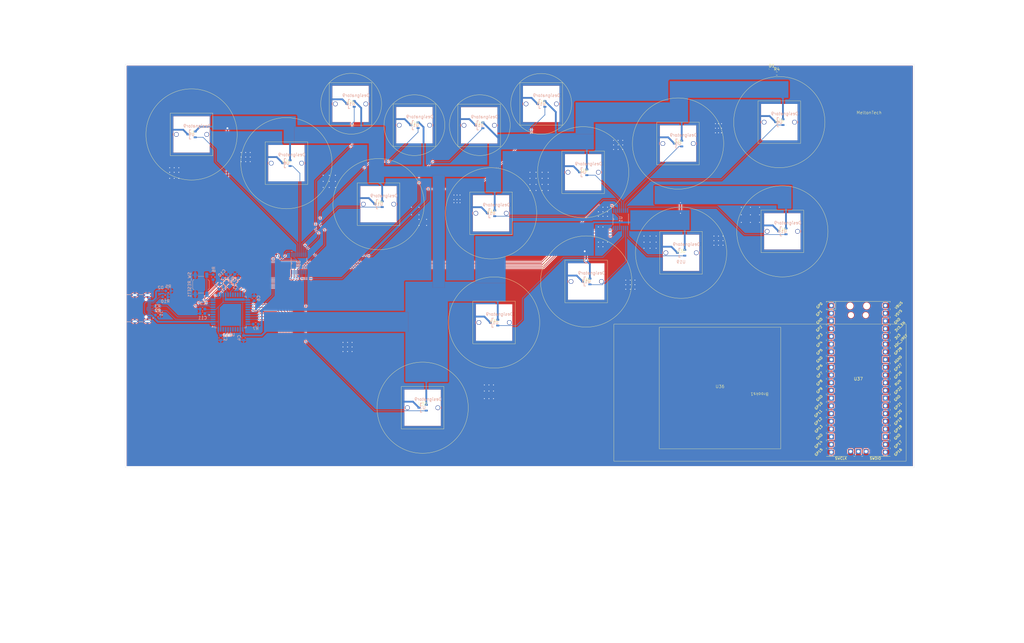
<source format=kicad_pcb>
(kicad_pcb (version 20240108) (generator "pcbnew") (generator_version "8.0")
  (layers (0 "F.Cu" signal) (31 "B.Cu" signal) (34 "B.Paste" user) (35 "F.Paste" user) (36 "B.SilkS" user "B.Silkscreen") (37 "F.SilkS" user "F.Silkscreen") (38 "B.Mask" user) (39 "F.Mask" user) (44 "Edge.Cuts" user))
  (net 0 "")
  (net 1 "Net-(U20-XTAL1)")
  (net 2 "GND")
  (net 3 "Net-(U20-XTAL2)")
  (net 4 "VCC")
  (net 7 "Net-(D1-K)")
  (net 8 "/VUSB")
  (net 9 "Net-(D2-K)")
  (net 10 "Net-(U20-UCAP)")
  (net 11 "/D+")
  (net 12 "/D-")
  (net 14 "Net-(J1-CC1)")
  (net 16 "Net-(J1-CC2)")
  (net 17 "Net-(U20-D+)")
  (net 18 "Net-(U20-D-)")
  (net 19 "Net-(U20-~{RESET})")
  (net 20 "Net-(U20-~{HWB}{slash}PE2)")
  (net 21 "HPA")
  (net 22 "SCLK")
  (net 23 "HKA")
  (net 24 "MKA")
  (net 25 "LKA")
  (net 26 "MOSI")
  (net 27 "SHKA")
  (net 28 "NOT_CS1")
  (net 29 "MISO")
  (net 30 "MPA")
  (net 31 "SHPA")
  (net 32 "LPA")
  (net 33 "UA")
  (net 34 "HOMEA")
  (net 35 "SELECTA")
  (net 36 "TURBOA")
  (net 37 "DA")
  (net 38 "LA")
  (net 39 "NOT_CS2")
  (net 40 "STARTA")
  (net 41 "RA")
  (net 42 "/TURBO")
  (net 44 "/SELECT")
  (net 45 "/HK")
  (net 46 "/D")
  (net 47 "/SHK")
  (net 49 "/MK")
  (net 51 "/MP")
  (net 52 "/L")
  (net 53 "/HP")
  (net 55 "/SHP")
  (net 56 "/LK")
  (net 57 "/R")
  (net 58 "/START")
  (net 59 "/LP")
  (net 60 "/HOME")
  (net 61 "/U")
  (footprint "key-switches:Gateron Jade Pro Magnetic" (layer "F.Cu") (at 201.7 43.050002)
    (property "Reference" "U31")
    (property "Value" "~")
  )
  (footprint "key-switches:Gateron Jade Pro Magnetic" (layer "F.Cu") (at 170.5 52.500003)
    (property "Reference" "U29")
    (property "Value" "~")
  )
  (footprint "key-switches:Gateron Jade Pro Magnetic" (layer "F.Cu") (at 156.7 30)
    (property "Reference" "U23")
    (property "Value" "~")
  )
  (footprint "key-switches:Gateron Jade Pro Magnetic" (layer "F.Cu") (at 171.5 88.450001)
    (property "Reference" "U35")
    (property "Value" "~")
  )
  (footprint "key-switches:Gateron Jade Pro Magnetic" (layer "F.Cu") (at 202.7 79)
    (property "Reference" "U30")
    (property "Value" "~")
  )
  (footprint "key-switches:Gateron Jade Pro Magnetic" (layer "F.Cu") (at 136.3 37.050002)
    (property "Reference" "U27")
    (property "Value" "~")
  )
  (footprint "key-switches:Gateron Jade Pro Magnetic" (layer "F.Cu") (at 115 37)
    (property "Reference" "U22")
    (property "Value" "~")
  )
  (footprint "MCU_RaspberryPi_and_Boards:RPi_Pico_SMD_TH" (layer "F.Cu") (at 261 120.5)
    (property "Reference" "U37")
    (property "Value" "Pico")
  )
  (footprint "key-switches:Gateron Jade Pro Magnetic" (layer "F.Cu") (at 94 30)
    (property "Reference" "U21")
    (property "Value" "~")
  )
  (footprint "key-switches:Gateron Jade Pro Magnetic" (layer "F.Cu") (at 236 71.950001)
    (property "Reference" "U26")
    (property "Value" "~")
  )
  (footprint "key-switches:Gateron Jade Pro Magnetic" (layer "F.Cu") (at 41.7 40.050002)
    (property "Reference" "U2")
    (property "Value" "~")
  )
  (footprint "BrooksBoards:BrooksP5Plus" (layer "F.Cu") (at 228.5 125 180)
    (property "Reference" "Brooks1")
    (property "Value" "~")
  )
  (footprint "LED_SMD:LED_0201_0603Metric" (layer "F.Cu") (at 232.5 18.5)
    (property "Reference" "D1")
    (property "Value" "LED_GREEN")
  )
  (footprint "key-switches:Gateron Jade Pro Magnetic" (layer "F.Cu") (at 72.9 49.500003)
    (property "Reference" "U24")
    (property "Value" "~")
  )
  (footprint "key-switches:Gateron Jade Pro Magnetic" (layer "F.Cu") (at 117.7 130)
    (property "Reference" "U33")
    (property "Value" "~")
  )
  (footprint "key-switches:Gateron Jade Pro Magnetic" (layer "F.Cu") (at 140.2 66)
    (property "Reference" "U32")
    (property "Value" "~")
  )
  (footprint "BrooksBoards:BrooksP5Mini" (layer "F.Cu") (at 215.5 123.5)
    (property "Reference" "U36")
    (property "Value" "~")
  )
  (footprint "key-switches:Gateron Jade Pro Magnetic" (layer "F.Cu") (at 235 36.000003)
    (property "Reference" "U25")
    (property "Value" "~")
  )
  (footprint "key-switches:Gateron Jade Pro Magnetic" (layer "F.Cu") (at 103.2 63)
    (property "Reference" "U28")
    (property "Value" "~")
  )
  (footprint "Resistor_SMD:R_0603_1608Metric" (layer "F.Cu") (at 234.175 20)
    (property "Reference" "R4")
    (property "Value" "1k")
  )
  (footprint "key-switches:Gateron Jade Pro Magnetic" (layer "F.Cu") (at 141.2 101.949998)
    (property "Reference" "U34")
    (property "Value" "~")
  )
  (footprint "Package_QFP:TQFP-44_10x10mm_P0.8mm" (layer "B.Cu") (at 54.5 98.5)
    (property "Reference" "U20")
    (property "Value" "ATmega32U4-A")
  )
  (footprint "HallEffect:DBZ0003A_N" (layer "B.Cu") (at 170.5 52.500003 180)
    (property "Reference" "U4")
    (property "Value" "DRV5053VAQDBZR")
  )
  (footprint "HallEffect:DBZ0003A_N" (layer "B.Cu") (at 141.2 102 180)
    (property "Reference" "U12")
    (property "Value" "DRV5053VAQDBZR")
  )
  (footprint "Capacitor_SMD:C_0603_1608Metric" (layer "B.Cu") (at 50.8 90.225 90)
    (property "Reference" "C7")
    (property "Value" "4.7u")
  )
  (footprint "Capacitor_SMD:C_0603_1608Metric" (layer "B.Cu") (at 52.512132 86.656497 -135)
    (property "Reference" "C10")
    (property "Value" "22p")
  )
  (footprint "HallEffect:DBZ0003A_N" (layer "B.Cu") (at 235 36.000003 180)
    (property "Reference" "U6")
    (property "Value" "DRV5053VAQDBZR")
  )
  (footprint "" (layer "B.Cu") (at 31.86 91.54 -90)
    (property "Reference" "")
    (property "Value" "")
  )
  (footprint "Resistor_SMD:R_0603_1608Metric" (layer "B.Cu") (at 30.54 98.04 180)
    (property "Reference" "R3")
    (property "Value" "22")
  )
  (footprint "Resistor_SMD:R_0603_1608Metric" (layer "B.Cu") (at 30.675 99.5 180)
    (property "Reference" "R9")
    (property "Value" "5.1k")
  )
  (footprint "Button_Switch_SMD:SW_SPST_TL3342" (layer "B.Cu") (at 44.8 89.5 -90)
    (property "Reference" "SW_RESET1")
    (property "Value" "SW_Push")
  )
  (footprint "USB4105_GF_A:GCT_USB4105-GF-A" (layer "B.Cu") (at 23.04 97.24 90)
    (property "Reference" "J1")
    (property "Value" "USB4105-GF-A")
  )
  (footprint "Capacitor_SMD:C_0603_1608Metric" (layer "B.Cu") (at 51.3 107 -90)
    (property "Reference" "C3")
    (property "Value" "0.1u")
  )
  (footprint "Capacitor_SMD:C_0603_1608Metric" (layer "B.Cu") (at 56.512132 86.656497 -45)
    (property "Reference" "C8")
    (property "Value" "22p")
  )
  (footprint "Capacitor_SMD:C_0603_1608Metric" (layer "B.Cu") (at 45.3 99)
    (property "Reference" "C11")
    (property "Value" "1u")
  )
  (footprint "Capacitor_SMD:C_0603_1608Metric" (layer "B.Cu") (at 58.8 107 -90)
    (property "Reference" "C4")
    (property "Value" "0.1u")
  )
  (footprint "HallEffect:DBZ0003A_N" (layer "B.Cu") (at 72.9 49.500003 180)
    (property "Reference" "U8")
    (property "Value" "DRV5053VAQDBZR")
  )
  (footprint "HallEffect:DBZ0003A_N" (layer "B.Cu") (at 236 71.950001 180)
    (property "Reference" "U14")
    (property "Value" "DRV5053VAQDBZR")
  )
  (footprint "HallEffect:DBZ0003A_N" (layer "B.Cu") (at 117.7 130 180)
    (property "Reference" "U7")
    (property "Value" "DRV5053VAQDBZR")
  )
  (footprint "Resistor_SMD:R_0603_1608Metric" (layer "B.Cu") (at 62.8 102.5)
    (property "Reference" "R7")
    (property "Value" "10k")
  )
  (footprint "HallEffect:DBZ0003A_N" (layer "B.Cu") (at 171.5 88.450001 180)
    (property "Reference" "U13")
    (property "Value" "DRV5053VAQDBZR")
  )
  (footprint "HallEffect:DBZ0003A_N" (layer "B.Cu") (at 103.2 63 180)
    (property "Reference" "U10")
    (property "Value" "DRV5053VAQDBZR")
  )
  (footprint "ADCs:MTC16" (layer "B.Cu") (at 182.8448 67.974999 -90)
    (property "Reference" "U1")
    (property "Value" "ADC108S022CIMTX/NOPB")
  )
  (footprint "Crystal:Crystal_SMD_SeikoEpson_FA238-4Pin_3.2x2.5mm" (layer "B.Cu") (at 54.512132 88.656497 45)
    (property "Reference" "Y2")
    (property "Value" "Crystal_GND24")
  )
  (footprint "HallEffect:DBZ0003A_N" (layer "B.Cu") (at 94 30 180)
    (property "Reference" "U16")
    (property "Value" "DRV5053VAQDBZR")
  )
  (footprint "HallEffect:DBZ0003A_N" (layer "B.Cu") (at 136.3 37.050002 180)
    (property "Reference" "U18")
    (property "Value" "DRV5053VAQDBZR")
  )
  (footprint "LED_SMD:LED_0201_0603Metric" (layer "B.Cu") (at 31.54 91.54 180)
    (property "Reference" "D2")
    (property "Value" "LED_RED")
  )
  (footprint "HallEffect:DBZ0003A_N" (layer "B.Cu") (at 202.7 79 180)
    (property "Reference" "U19")
    (property "Value" "DRV5053VAQDBZR")
  )
  (footprint "HallEffect:DBZ0003A_N" (layer "B.Cu") (at 140.2 66 180)
    (property "Reference" "U11")
    (property "Value" "DRV5053VAQDBZR")
  )
  (footprint "Resistor_SMD:R_0603_1608Metric" (layer "B.Cu") (at 34.04 91.54 180)
    (property "Reference" "R5")
    (property "Value" "1k")
  )
  (footprint "HallEffect:DBZ0003A_N" (layer "B.Cu") (at 156.7 30 180)
    (property "Reference" "U15")
    (property "Value" "DRV5053VAQDBZR")
  )
  (footprint "ADCs:MTC16" (layer "B.Cu") (at 77 82.5 -90)
    (property "Reference" "U3")
    (property "Value" "ADC108S022CIMTX/NOPB")
  )
  (footprint "Resistor_SMD:R_0603_1608Metric" (layer "B.Cu") (at 30.54 96.54)
    (property "Reference" "R2")
    (property "Value" "22")
  )
  (footprint "Capacitor_SMD:C_0603_1608Metric" (layer "B.Cu") (at 62.3 94 90)
    (property "Reference" "C6")
    (property "Value" "0.1u")
  )
  (footprint "Resistor_SMD:R_0603_1608Metric" (layer "B.Cu") (at 33.04 93.54)
    (property "Reference" "R10")
    (property "Value" "5.1k")
  )
  (footprint "HallEffect:DBZ0003A_N" (layer "B.Cu") (at 41.7 40.050002 180)
    (property "Reference" "U9")
    (property "Value" "DRV5053VAQDBZR")
  )
  (footprint "Resistor_SMD:R_0603_1608Metric" (layer "B.Cu") (at 48.8 87 90)
    (property "Reference" "R6")
    (property "Value" "10k")
  )
  (footprint "HallEffect:DBZ0003A_N" (layer "B.Cu") (at 115 37 180)
    (property "Reference" "U17")
    (property "Value" "DRV5053VAQDBZR")
  )
  (footprint "Capacitor_SMD:C_0603_1608Metric" (layer "B.Cu") (at 45.3 97.5 180)
    (property "Reference" "C5")
    (property "Value" "0.1u")
  )
  (footprint "HallEffect:DBZ0003A_N" (layer "B.Cu") (at 201.7 43.050002 180)
    (property "Reference" "U5")
    (property "Value" "DRV5053VAQDBZR")
  )
  (footprint "" (layer "B.Cu") (at 53.168629 88.868629)
    (property "Reference" "")
    (property "Value" "")
  )
  (gr_circle (center 156.7 30) (end 166.7 30) (stroke (width 0.1)) (fill none) (layer "F.SilkS"))
  (gr_circle (center 117.7 130) (end 132.7 130) (stroke (width 0.1)) (fill none) (layer "F.SilkS"))
  (gr_circle (center 201.7 43.050002) (end 216.7 43.050002) (stroke (width 0.1)) (fill none) (layer "F.SilkS"))
  (gr_circle (center 41.7 40.050002) (end 56.7 40.050002) (stroke (width 0.1)) (fill none) (layer "F.SilkS"))
  (gr_circle (center 115 37) (end 125 37) (stroke (width 0.1)) (fill none) (layer "F.SilkS"))
  (gr_circle (center 103.2 63) (end 118.2 63) (stroke (width 0.1)) (fill none) (layer "F.SilkS"))
  (gr_circle (center 202.7 79) (end 217.7 79) (stroke (width 0.1)) (fill none) (layer "F.SilkS"))
  (gr_circle (center 141.2 101.949998) (end 156.2 101.949998) (stroke (width 0.1)) (fill none) (layer "F.SilkS"))
  (gr_circle (center 171.5 88.450001) (end 186.5 88.450001) (stroke (width 0.1)) (fill none) (layer "F.SilkS"))
  (gr_circle (center 170.5 52.500003) (end 185.5 52.500003) (stroke (width 0.1)) (fill none) (layer "F.SilkS"))
  (gr_circle (center 235 36.000003) (end 250 36.000003) (stroke (width 0.1)) (fill none) (layer "F.SilkS"))
  (gr_circle (center 136.5 37) (end 146.5 37) (stroke (width 0.1)) (fill none) (layer "F.SilkS"))
  (gr_circle (center 94.2 29.949998) (end 104.2 29.949998) (stroke (width 0.1)) (fill none) (layer "F.SilkS"))
  (gr_circle (center 72.9 49.500003) (end 87.9 49.500003) (stroke (width 0.1)) (fill none) (layer "F.SilkS"))
  (gr_circle (center 140.2 66) (end 155.2 66) (stroke (width 0.1)) (fill none) (layer "F.SilkS"))
  (gr_circle (center 236 71.950001) (end 251 71.950001) (stroke (width 0.1)) (fill none) (layer "F.SilkS"))
  (gr_rect (start 19.886 16.926) (end 279.4 149.72) (stroke (width 0.05)) (fill none) (layer "Edge.Cuts"))
  (gr_text "MeltonTech" (at 260.325 33.45 0) (layer "F.SilkS") (effects (font (size 1 1) (thickness 0.1)) (justify left bottom)))
  (segment (start 57.06014 87.23986) (end 55.855635 88.444365) (width 0.2) (layer "B.Cu") (net 1))
  (segment (start 55.855635 90.494365) (end 54.5 91.85) (width 0.2) (layer "B.Cu") (net 1))
  (segment (start 55.855635 88.444365) (end 55.855635 90.494365) (width 0.2) (layer "B.Cu") (net 1))
  (segment (start 54.5 91.85) (end 54.5 92.8) (width 0.2) (layer "B.Cu") (net 1))
  (segment (start 57.06014 87.204505) (end 57.06014 87.23986) (width 0.2) (layer "B.Cu") (net 1))
  (via (at 184.5 91) (size 0.6) (drill 0.3) (layers "F.Cu" "B.Cu") (net 2))
  (via (at 186 91) (size 0.6) (drill 0.3) (layers "F.Cu" "B.Cu") (net 2))
  (via (at 87 53.5) (size 0.6) (drill 0.3) (layers "F.Cu" "B.Cu") (net 2))
  (via (at 153 52.5) (size 0.6) (drill 0.3) (layers "F.Cu" "B.Cu") (net 2))
  (via (at 129 60) (size 0.6) (drill 0.3) (layers "F.Cu" "B.Cu") (net 2))
  (via (at 180.5 45) (size 0.6) (drill 0.3) (layers "F.Cu" "B.Cu") (net 2))
  (via (at 216.5 73.5) (size 0.6) (drill 0.3) (layers "F.Cu" "B.Cu") (net 2))
  (via (at 175.5 67) (size 0.6) (drill 0.3) (layers "F.Cu" "B.Cu") (net 2))
  (via (at 128 61.5) (size 0.6) (drill 0.3) (layers "F.Cu" "B.Cu") (net 2))
  (via (at 216 39.5) (size 0.6) (drill 0.3) (layers "F.Cu" "B.Cu") (net 2))
  (via (at 128 62.5) (size 0.6) (drill 0.3) (layers "F.Cu" "B.Cu") (net 2))
  (via (at 215 39.5) (size 0.6) (drill 0.3) (layers "F.Cu" "B.Cu") (net 2))
  (via (at 187.5 91) (size 0.6) (drill 0.3) (layers "F.Cu" "B.Cu") (net 2))
  (via (at 87 57.5) (size 0.6) (drill 0.3) (layers "F.Cu" "B.Cu") (net 2))
  (via (at 186 88) (size 0.6) (drill 0.3) (layers "F.Cu" "B.Cu") (net 2))
  (via (at 216 36.5) (size 0.6) (drill 0.3) (layers "F.Cu" "B.Cu") (net 2))
  (via (at 59.5 46) (size 0.6) (drill 0.3) (layers "F.Cu" "B.Cu") (net 2))
  (via (at 192.5 73.5) (size 0.6) (drill 0.3) (layers "F.Cu" "B.Cu") (net 2))
  (via (at 114 64) (size 0.6) (drill 0.3) (layers "F.Cu" "B.Cu") (net 2))
  (via (at 216.5 75) (size 0.6) (drill 0.3) (layers "F.Cu" "B.Cu") (net 2))
  (via (at 190.5 77.5) (size 0.6) (drill 0.3) (layers "F.Cu" "B.Cu") (net 2))
  (via (at 177 70.5) (size 0.6) (drill 0.3) (layers "F.Cu" "B.Cu") (net 2))
  (via (at 182 43.5) (size 0.6) (drill 0.3) (layers "F.Cu" "B.Cu") (net 2))
  (via (at 157 52.5) (size 0.6) (drill 0.3) (layers "F.Cu" "B.Cu") (net 2))
  (via (at 216 38) (size 0.6) (drill 0.3) (layers "F.Cu" "B.Cu") (net 2))
  (via (at 93 110) (size 0.6) (drill 0.3) (layers "F.Cu" "B.Cu") (net 2))
  (via (at 141 124.5) (size 0.6) (drill 0.3) (layers "F.Cu" "B.Cu") (net 2))
  (via (at 155 52.5) (size 0.6) (drill 0.3) (layers "F.Cu" "B.Cu") (net 2))
  (via (at 89 55.5) (size 0.6) (drill 0.3) (layers "F.Cu" "B.Cu") (net 2))
  (via (at 159 52.5) (size 0.6) (drill 0.3) (layers "F.Cu" "B.Cu") (net 2))
  (via (at 130 62.5) (size 0.6) (drill 0.3) (layers "F.Cu" "B.Cu") (net 2))
  (via (at 187.5 89.5) (size 0.6) (drill 0.3) (layers "F.Cu" "B.Cu") (net 2))
  (via (at 139.5 127) (size 0.6) (drill 0.3) (layers "F.Cu" "B.Cu") (net 2))
  (via (at 58 47.5) (size 0.6) (drill 0.3) (layers "F.Cu" "B.Cu") (net 2))
  (via (at 175.5 75.5) (size 0.6) (drill 0.3) (layers "F.Cu" "B.Cu") (net 2))
  (via (at 85 55.5) (size 0.6) (drill 0.3) (layers "F.Cu" "B.Cu") (net 2))
  (via (at 214 38) (size 0.6) (drill 0.3) (layers "F.Cu" "B.Cu") (net 2))
  (via (at 89 53.5) (size 0.6) (drill 0.3) (layers "F.Cu" "B.Cu") (net 2))
  (via (at 228.5 66.5) (size 0.6) (drill 0.3) (layers "F.Cu" "B.Cu") (net 2))
  (via (at 186 89.5) (size 0.6) (drill 0.3) (layers "F.Cu" "B.Cu") (net 2))
  (via (at 178.5 64) (size 0.6) (drill 0.3) (layers "F.Cu" "B.Cu") (net 2))
  (via (at 159 54.5) (size 0.6) (drill 0.3) (layers "F.Cu" "B.Cu") (net 2))
  (via (at 180.5 42) (size 0.6) (drill 0.3) (layers "F.Cu" "B.Cu") (net 2))
  (via (at 119 70) (size 0.6) (drill 0.3) (layers "F.Cu" "B.Cu") (net 2))
  (via (at 130 61.5) (size 0.6) (drill 0.3) (layers "F.Cu" "B.Cu") (net 2))
  (via (at 225.5 69) (size 0.6) (drill 0.3) (layers "F.Cu" "B.Cu") (net 2))
  (via (at 155 58.5) (size 0.6) (drill 0.3) (layers "F.Cu" "B.Cu") (net 2))
  (via (at 141 127) (size 0.6) (drill 0.3) (layers "F.Cu" "B.Cu") (net 2))
  (via (at 213.5 76.5) (size 0.6) (drill 0.3) (layers "F.Cu" "B.Cu") (net 2))
  (via (at 34.5 52.5) (size 0.6) (drill 0.3) (layers "F.Cu" "B.Cu") (net 2))
  (via (at 36 52.5) (size 0.6) (drill 0.3) (layers "F.Cu" "B.Cu") (net 2))
  (via (at 157 58.5) (size 0.6) (drill 0.3) (layers "F.Cu" "B.Cu") (net 2))
  (via (at 177 67) (size 0.6) (drill 0.3) (layers "F.Cu" "B.Cu") (net 2))
  (via (at 213.5 75) (size 0.6) (drill 0.3) (layers "F.Cu" "B.Cu") (net 2))
  (via (at 190.5 73.5) (size 0.6) (drill 0.3) (layers "F.Cu" "B.Cu") (net 2))
  (via (at 116.5 68) (size 0.6) (drill 0.3) (layers "F.Cu" "B.Cu") (net 2))
  (via (at 216.5 76.5) (size 0.6) (drill 0.3) (layers "F.Cu" "B.Cu") (net 2))
  (via (at 214 36.5) (size 0.6) (drill 0.3) (layers "F.Cu" "B.Cu") (net 2))
  (via (at 187.5 88) (size 0.6) (drill 0.3) (layers "F.Cu" "B.Cu") (net 2))
  (via (at 213.5 73.5) (size 0.6) (drill 0.3) (layers "F.Cu" "B.Cu") (net 2))
  (via (at 128 60) (size 0.6) (drill 0.3) (layers "F.Cu" "B.Cu") (net 2))
  (via (at 157 54.5) (size 0.6) (drill 0.3) (layers "F.Cu" "B.Cu") (net 2))
  (via (at 89 57.5) (size 0.6) (drill 0.3) (layers "F.Cu" "B.Cu") (net 2))
  (via (at 138 122.5) (size 0.6) (drill 0.3) (layers "F.Cu" "B.Cu") (net 2))
  (via (at 175.5 65.5) (size 0.6) (drill 0.3) (layers "F.Cu" "B.Cu") (net 2))
  (via (at 177 64) (size 0.6) (drill 0.3) (layers "F.Cu" "B.Cu") (net 2))
  (via (at 116.5 66.5) (size 0.6) (drill 0.3) (layers "F.Cu" "B.Cu") (net 2))
  (via (at 59.5 49) (size 0.6) (drill 0.3) (layers "F.Cu" "B.Cu") (net 2))
  (via (at 61 47.5) (size 0.6) (drill 0.3) (layers "F.Cu" "B.Cu") (net 2))
  (via (at 36 54.5) (size 0.6) (drill 0.3) (layers "F.Cu" "B.Cu") (net 2))
  (via (at 194.5 73.5) (size 0.6) (drill 0.3) (layers "F.Cu" "B.Cu") (net 2))
  (via (at 87 55.5) (size 0.6) (drill 0.3) (layers "F.Cu" "B.Cu") (net 2))
  (via (at 93 111.5) (size 0.6) (drill 0.3) (layers "F.Cu" "B.Cu") (net 2))
  (via (at 37.5 51) (size 0.6) (drill 0.3) (layers "F.Cu" "B.Cu") (net 2))
  (via (at 94.5 108.5) (size 0.6) (drill 0.3) (layers "F.Cu" "B.Cu") (net 2))
  (via (at 139.5 122.5) (size 0.6) (drill 0.3) (layers "F.Cu" "B.Cu") (net 2))
  (via (at 91.5 111.5) (size 0.6) (drill 0.3) (layers "F.Cu" "B.Cu") (net 2))
  (via (at 116.5 70) (size 0.6) (drill 0.3) (layers "F.Cu" "B.Cu") (net 2))
  (via (at 184.5 89.5) (size 0.6) (drill 0.3) (layers "F.Cu" "B.Cu") (net 2))
  (via (at 119 68) (size 0.6) (drill 0.3) (layers "F.Cu" "B.Cu") (net 2))
  (via (at 153 54.5) (size 0.6) (drill 0.3) (layers "F.Cu" "B.Cu") (net 2))
  (via (at 178.5 65.5) (size 0.6) (drill 0.3) (layers "F.Cu" "B.Cu") (net 2))
  (via (at 194.5 75.5) (size 0.6) (drill 0.3) (layers "F.Cu" "B.Cu") (net 2))
  (via (at 159 56.5) (size 0.6) (drill 0.3) (layers "F.Cu" "B.Cu") (net 2))
  (via (at 114 66.5) (size 0.6) (drill 0.3) (layers "F.Cu" "B.Cu") (net 2))
  (via (at 129 62.5) (size 0.6) (drill 0.3) (layers "F.Cu" "B.Cu") (net 2))
  (via (at 155 56.5) (size 0.6) (drill 0.3) (layers "F.Cu" "B.Cu") (net 2))
  (via (at 182 45) (size 0.6) (drill 0.3) (layers "F.Cu" "B.Cu") (net 2))
  (via (at 139.5 124.5) (size 0.6) (drill 0.3) (layers "F.Cu" "B.Cu") (net 2))
  (via (at 130 60) (size 0.6) (drill 0.3) (layers "F.Cu" "B.Cu") (net 2))
  (via (at 34.5 51) (size 0.6) (drill 0.3) (layers "F.Cu" "B.Cu") (net 2))
  (via (at 190.5 75.5) (size 0.6) (drill 0.3) (layers "F.Cu" "B.Cu") (net 2))
  (via (at 215 76.5) (size 0.6) (drill 0.3) (layers "F.Cu" "B.Cu") (net 2))
  (via (at 58 46) (size 0.6) (drill 0.3) (layers "F.Cu" "B.Cu") (net 2))
  (via (at 215 38) (size 0.6) (drill 0.3) (layers "F.Cu" "B.Cu") (net 2))
  (via (at 177 77) (size 0.6) (drill 0.3) (layers "F.Cu" "B.Cu") (net 2))
  (via (at 37.5 52.5) (size 0.6) (drill 0.3) (layers "F.Cu" "B.Cu") (net 2))
  (via (at 138 127) (size 0.6) (drill 0.3) (layers "F.Cu" "B.Cu") (net 2))
  (via (at 37.5 54.5) (size 0.6) (drill 0.3) (layers "F.Cu" "B.Cu") (net 2))
  (via (at 91.5 110) (size 0.6) (drill 0.3) (layers "F.Cu" "B.Cu") (net 2))
  (via (at 180.5 43.5) (size 0.6) (drill 0.3) (layers "F.Cu" "B.Cu") (net 2))
  (via (at 85 53.5) (size 0.6) (drill 0.3) (layers "F.Cu" "B.Cu") (net 2))
  (via (at 215 75) (size 0.6) (drill 0.3) (layers "F.Cu" "B.Cu") (net 2))
  (via (at 177 65.5) (size 0.6) (drill 0.3) (layers "F.Cu" "B.Cu") (net 2))
  (via (at 47.5 99.5) (size 0.6) (drill 0.3) (layers "F.Cu" "B.Cu") (net 2))
  (via (at 153 56.5) (size 0.6) (drill 0.3) (layers "F.Cu" "B.Cu") (net 2))
  (via (at 129 61.5) (size 0.6) (drill 0.3) (layers "F.Cu" "B.Cu") (net 2))
  (via (at 58 49) (size 0.6) (drill 0.3) (layers "F.Cu" "B.Cu") (net 2))
  (via (at 228.5 69) (size 0.6) (drill 0.3) (layers "F.Cu" "B.Cu") (net 2))
  (via (at 93 108.5) (size 0.6) (drill 0.3) (layers "F.Cu" "B.Cu") (net 2))
  (via (at 91.5 108.5) (size 0.6) (drill 0.3) (layers "F.Cu" "B.Cu") (net 2))
  (via (at 225.5 66.5) (size 0.6) (drill 0.3) (layers "F.Cu" "B.Cu") (net 2))
  (via (at 94.5 111.5) (size 0.6) (drill 0.3) (layers "F.Cu" "B.Cu") (net 2))
  (via (at 184.5 88) (size 0.6) (drill 0.3) (layers "F.Cu" "B.Cu") (net 2))
  (via (at 59.5 47.5) (size 0.6) (drill 0.3) (layers "F.Cu" "B.Cu") (net 2))
  (via (at 222.5 69) (size 0.6) (drill 0.3) (layers "F.Cu" "B.Cu") (net 2))
  (via (at 157 56.5) (size 0.6) (drill 0.3) (layers "F.Cu" "B.Cu") (net 2))
  (via (at 183.5 42) (size 0.6) (drill 0.3) (layers "F.Cu" "B.Cu") (net 2))
  (via (at 138 124.5) (size 0.6) (drill 0.3) (layers "F.Cu" "B.Cu") (net 2))
  (via (at 36 51) (size 0.6) (drill 0.3) (layers "F.Cu" "B.Cu") (net 2))
  (via (at 34.5 54.5) (size 0.6) (drill 0.3) (layers "F.Cu" "B.Cu") (net 2))
  (via (at 194.5 77.5) (size 0.6) (drill 0.3) (layers "F.Cu" "B.Cu") (net 2))
  (via (at 222.5 66.5) (size 0.6) (drill 0.3) (layers "F.Cu" "B.Cu") (net 2))
  (via (at 155 54.5) (size 0.6) (drill 0.3) (layers "F.Cu" "B.Cu") (net 2))
  (via (at 85 57.5) (size 0.6) (drill 0.3) (layers "F.Cu" "B.Cu") (net 2))
  (via (at 175.5 77) (size 0.6) (drill 0.3) (layers "F.Cu" "B.Cu") (net 2))
  (via (at 192.5 75.5) (size 0.6) (drill 0.3) (layers "F.Cu" "B.Cu") (net 2))
  (via (at 94.5 110) (size 0.6) (drill 0.3) (layers "F.Cu" "B.Cu") (net 2))
  (via (at 159 58.5) (size 0.6) (drill 0.3) (layers "F.Cu" "B.Cu") (net 2))
  (via (at 61 46) (size 0.6) (drill 0.3) (layers "F.Cu" "B.Cu") (net 2))
  (via (at 183.5 43.5) (size 0.6) (drill 0.3) (layers "F.Cu" "B.Cu") (net 2))
  (via (at 222.5 64) (size 0.6) (drill 0.3) (layers "F.Cu" "B.Cu") (net 2))
  (via (at 141 122.5) (size 0.6) (drill 0.3) (layers "F.Cu" "B.Cu") (net 2))
  (via (at 215 73.5) (size 0.6) (drill 0.3) (layers "F.Cu" "B.Cu") (net 2))
  (via (at 175.5 70.5) (size 0.6) (drill 0.3) (layers "F.Cu" "B.Cu") (net 2))
  (via (at 225.5 64) (size 0.6) (drill 0.3) (layers "F.Cu" "B.Cu") (net 2))
  (via (at 153 58.5) (size 0.6) (drill 0.3) (layers "F.Cu" "B.Cu") (net 2))
  (via (at 182 42) (size 0.6) (drill 0.3) (layers "F.Cu" "B.Cu") (net 2))
  (via (at 192.5 77.5) (size 0.6) (drill 0.3) (layers "F.Cu" "B.Cu") (net 2))
  (via (at 116.5 64) (size 0.6) (drill 0.3) (layers "F.Cu" "B.Cu") (net 2))
  (via (at 177 75.5) (size 0.6) (drill 0.3) (layers "F.Cu" "B.Cu") (net 2))
  (via (at 61 49) (size 0.6) (drill 0.3) (layers "F.Cu" "B.Cu") (net 2))
  (via (at 214 39.5) (size 0.6) (drill 0.3) (layers "F.Cu" "B.Cu") (net 2))
  (via (at 215 36.5) (size 0.6) (drill 0.3) (layers "F.Cu" "B.Cu") (net 2))
  (via (at 228.5 64) (size 0.6) (drill 0.3) (layers "F.Cu" "B.Cu") (net 2))
  (via (at 178.5 67) (size 0.6) (drill 0.3) (layers "F.Cu" "B.Cu") (net 2))
  (via (at 183.5 45) (size 0.6) (drill 0.3) (layers "F.Cu" "B.Cu") (net 2))
  (via (at 178.5 75.5) (size 0.6) (drill 0.3) (layers "F.Cu" "B.Cu") (net 2))
  (segment (start 231.799997 34) (end 228 34) (width 0.6) (layer "B.Cu") (net 2))
  (segment (start 200.5 43.050002) (end 198.449998 41) (width 0.6) (layer "B.Cu") (net 2))
  (segment (start 135.1 37.050002) (end 133.049998 35) (width 0.6) (layer "B.Cu") (net 2))
  (segment (start 232.849999 70) (end 229 70) (width 0.6) (layer "B.Cu") (net 2))
  (segment (start 92.8 30) (end 91.3 28.5) (width 0.6) (layer "B.Cu") (net 2))
  (segment (start 163 50.5) (end 162 50.5) (width 0.6) (layer "B.Cu") (net 2))
  (segment (start 140 102) (end 138 100) (width 0.6) (layer "B.Cu") (net 2))
  (segment (start 100 61) (end 96.5 61) (width 0.6) (layer "B.Cu") (net 2))
  (segment (start 234.8 71.950001) (end 232.849999 70) (width 0.6) (layer "B.Cu") (net 2))
  (segment (start 168.349999 86.5) (end 164.5 86.5) (width 0.6) (layer "B.Cu") (net 2))
  (segment (start 201.5 79) (end 199.5 77) (width 0.6) (layer "B.Cu") (net 2))
  (segment (start 114.5 128) (end 111 128) (width 0.6) (layer "B.Cu") (net 2))
  (segment (start 133.049998 35) (end 128.5 35) (width 0.6) (layer "B.Cu") (net 2))
  (segment (start 170.3 88.450001) (end 168.349999 86.5) (width 0.6) (layer "B.Cu") (net 2))
  (segment (start 91.3 28.5) (end 87 28.5) (width 0.6) (layer "B.Cu") (net 2))
  (segment (start 139 66) (end 137 64) (width 0.6) (layer "B.Cu") (net 2))
  (segment (start 169.3 52.500003) (end 167.299997 50.5) (width 0.6) (layer "B.Cu") (net 2))
  (segment (start 113.8 37) (end 111.8 35) (width 0.6) (layer "B.Cu") (net 2))
  (segment (start 155.5 30) (end 153.5 28) (width 0.6) (layer "B.Cu") (net 2))
  (segment (start 71.7 49.500003) (end 69.699997 47.5) (width 0.6) (layer "B.Cu") (net 2))
  (segment (start 137 64) (end 133.5 64) (width 0.6) (layer "B.Cu") (net 2))
  (segment (start 233.8 36.000003) (end 231.799997 34) (width 0.6) (layer "B.Cu") (net 2))
  (segment (start 138 100) (end 134 100) (width 0.6) (layer "B.Cu") (net 2))
  (segment (start 40.5 40.050002) (end 38.949998 38.5) (width 0.6) (layer "B.Cu") (net 2))
  (segment (start 153.5 28) (end 150 28) (width 0.6) (layer "B.Cu") (net 2))
  (segment (start 116.5 130) (end 114.5 128) (width 0.6) (layer "B.Cu") (net 2))
  (segment (start 69.699997 47.5) (end 66 47.5) (width 0.6) (layer "B.Cu") (net 2))
  (segment (start 167.299997 50.5) (end 163 50.5) (width 0.6) (layer "B.Cu") (net 2))
  (segment (start 54.3 90) (end 54.3 87.737258) (width 0.2) (layer "B.Cu") (net 2))
  (segment (start 38.949998 38.5) (end 35 38.5) (width 0.6) (layer "B.Cu") (net 2))
  (segment (start 54.3 87.737258) (end 54.724264 87.312994) (width 0.2) (layer "B.Cu") (net 2))
  (segment (start 102 63) (end 100 61) (width 0.6) (layer "B.Cu") (net 2))
  (segment (start 198.449998 41) (end 194 41) (width 0.6) (layer "B.Cu") (net 2))
  (segment (start 199.5 77) (end 195.5 77) (width 0.6) (layer "B.Cu") (net 2))
  (segment (start 111.8 35) (end 108.5 35) (width 0.6) (layer "B.Cu") (net 2))
  (segment (start 53.168629 88.868629) (end 53.168629 91.643629) (width 0.2) (layer "B.Cu") (net 3))
  (segment (start 51.964124 87.204505) (end 53.168629 88.40901) (width 0.2) (layer "B.Cu") (net 3))
  (segment (start 53.168629 88.40901) (end 53.168629 88.868629) (width 0.2) (layer "B.Cu") (net 3))
  (segment (start 53.168629 91.643629) (end 53.7 92.175) (width 0.2) (layer "B.Cu") (net 3))
  (segment (start 53.7 92.175) (end 53.7 92.8) (width 0.2) (layer "B.Cu") (net 3))
  (segment (start 70 80) (end 53.5 63.5) (width 0.6) (layer "F.Cu") (net 4))
  (segment (start 202.5 66) (end 202.5 62.5) (width 0.6) (layer "F.Cu") (net 4))
  (segment (start 171.5 79) (end 171 78.5) (width 0.6) (layer "F.Cu") (net 4))
  (segment (start 53.5 63.5) (end 53.5 38) (width 0.6) (layer "F.Cu") (net 4))
  (segment (start 171.5 81.5) (end 171.5 79) (width 0.6) (layer "F.Cu") (net 4))
  (via (at 171 78.5) (size 1) (drill 0.6) (layers "F.Cu" "B.Cu") (net 4))
  (via (at 171.5 81.5) (size 1) (drill 0.6) (layers "F.Cu" "B.Cu") (net 4))
  (via (at 202.5 66) (size 0.6) (drill 0.3) (layers "F.Cu" "B.Cu") (net 4))
  (via (at 202.5 62.5) (size 0.6) (drill 0.3) (layers "F.Cu" "B.Cu") (net 4))
  (via (at 53.5 38) (size 1) (drill 0.6) (layers "F.Cu" "B.Cu") (net 4))
  (via (at 70 80) (size 1) (drill 0.6) (layers "F.Cu" "B.Cu") (net 4))
  (segment (start 50.5 97) (end 50.5 101.5) (width 0.2) (layer "B.Cu") (net 4))
  (segment (start 172.7 87.5) (end 172.7 82.7) (width 0.6) (layer "B.Cu") (net 4))
  (segment (start 203.9 78.049999) (end 203.9 71.4) (width 0.6) (layer "B.Cu") (net 4))
  (segment (start 76.675002 85.3448) (end 76.675002 81.794201) (width 0.2) (layer "B.Cu") (net 4))
  (segment (start 71.309599 81.309599) (end 76.190401 81.309599) (width 0.2) (layer "B.Cu") (net 4))
  (segment (start 237.2 64.2) (end 237 64) (width 0.6) (layer "B.Cu") (net 4))
  (segment (start 75.374999 80.494198) (end 75.374999 79.6552) (width 0.2) (layer "B.Cu") (net 4))
  (segment (start 58.5 95.3) (end 58.5 104.2) (width 0.2) (layer "B.Cu") (net 4))
  (segment (start 58.8 104.5) (end 58.5 104.2) (width 0.2) (layer "B.Cu") (net 4))
  (segment (start 161.5 32.649999) (end 161.5 40.5) (width 0.6) (layer "B.Cu") (net 4))
  (segment (start 27.595 95.04) (end 27.795 94.84) (width 0.2) (layer "B.Cu") (net 4))
  (segment (start 52.175 95.3) (end 58.5 95.3) (width 0.2) (layer "B.Cu") (net 4))
  (segment (start 181.219799 65.969197) (end 181.219799 65.130199) (width 0.2) (layer "B.Cu") (net 4))
  (segment (start 74.1 48.550002) (end 74.1 42.1) (width 0.6) (layer "B.Cu") (net 4))
  (segment (start 52.1 91.825) (end 52.1 92.8) (width 0.2) (layer "B.Cu") (net 4))
  (segment (start 182.519802 69) (end 174 69) (width 0.6) (layer "B.Cu") (net 4))
  (segment (start 237.2 71) (end 237.2 64.2) (width 0.6) (layer "B.Cu") (net 4))
  (segment (start 174 69) (end 173.5 69.5) (width 0.6) (layer "B.Cu") (net 4))
  (segment (start 141.4 58.4) (end 141 58) (width 0.6) (layer "B.Cu") (net 4))
  (segment (start 26.207703 98.727703) (end 26.207703 95.752297) (width 0.2) (layer "B.Cu") (net 4))
  (segment (start 28.57 99.64) (end 30.63 101.7) (width 0.6) (layer "B.Cu") (net 4))
  (segment (start 50.8 91) (end 51.275 91) (width 0.2) (layer "B.Cu") (net 4))
  (segment (start 26.207703 95.752297) (end 26.92 95.04) (width 0.2) (layer "B.Cu") (net 4))
  (segment (start 116.400001 36.049999) (end 118 37.649998) (width 0.6) (layer "B.Cu") (net 4))
  (segment (start 172.7 82.7) (end 171.5 81.5) (width 0.6) (layer "B.Cu") (net 4))
  (segment (start 52.1 95.225) (end 52.1 92.8) (width 0.2) (layer "B.Cu") (net 4))
  (segment (start 26.92 99.44) (end 26.207703 98.727703) (width 0.2) (layer "B.Cu") (net 4))
  (segment (start 70 80) (end 71.309599 81.309599) (width 0.2) (layer "B.Cu") (net 4))
  (segment (start 58.5 95.3) (end 60.2 95.3) (width 0.2) (layer "B.Cu") (net 4))
  (segment (start 50.4125 96.9125) (end 50.5 97) (width 0.2) (layer "B.Cu") (net 4))
  (segment (start 46.075 97.5) (end 46.275 97.7) (width 0.2) (layer "B.Cu") (net 4))
  (segment (start 48.8 89) (end 48.8 87.825) (width 0.2) (layer "B.Cu") (net 4))
  (segment (start 51.275 91) (end 52.1 91.825) (width 0.2) (layer "B.Cu") (net 4))
  (segment (start 50.4125 96.9125) (end 52.1 95.225) (width 0.2) (layer "B.Cu") (net 4))
  (segment (start 236.2 28.2) (end 235.5 27.5) (width 0.6) (layer "B.Cu") (net 4))
  (segment (start 27.795 99.64) (end 28.57 99.64) (width 0.6) (layer "B.Cu") (net 4))
  (segment (start 74 42) (end 74.1 42.1) (width 0.6) (layer "B.Cu") (net 4))
  (segment (start 202.9 42.100001) (end 202.9 35.9) (width 0.6) (layer "B.Cu") (net 4))
  (segment (start 64.775 106.225) (end 66.5 104.5) (width 0.6) (layer "B.Cu") (net 4))
  (segment (start 50.8 91) (end 48.8 89) (width 0.2) (layer "B.Cu") (net 4))
  (segment (start 50.5 101.5) (end 50.5 104.2) (width 0.2) (layer "B.Cu") (net 4))
  (segment (start 42.9 39.100001) (end 44.500001 37.5) (width 0.6) (layer "B.Cu") (net 4))
  (segment (start 50.5 101.5) (end 50.3 101.7) (width 0.2) (layer "B.Cu") (net 4))
  (segment (start 182.519802 70.819799) (end 182.519802 69) (width 0.2) (layer "B.Cu") (net 4))
  (segment (start 26.92 95.04) (end 27.595 95.04) (width 0.2) (layer "B.Cu") (net 4))
  (segment (start 49.625 97.7) (end 50.4125 96.9125) (width 0.2) (layer "B.Cu") (net 4))
  (segment (start 30.3187 91.5) (end 31.09 91.5) (width 0.6) (layer "B.Cu") (net 4))
  (segment (start 157.9 29.049999) (end 161.5 32.649999) (width 0.6) (layer "B.Cu") (net 4))
  (segment (start 27.795 94.84) (end 28.97 94.84) (width 0.6) (layer "B.Cu") (net 4))
  (segment (start 30 91.8187) (end 30.3187 91.5) (width 0.6) (layer "B.Cu") (net 4))
  (segment (start 171.7 51.550002) (end 171.7 44.7) (width 0.6) (layer "B.Cu") (net 4))
  (segment (start 142.4 94.9) (end 142 94.5) (width 0.6) (layer "B.Cu") (net 4))
  (segment (start 58.8 106.225) (end 58.8 104.5) (width 0.2) (layer "B.Cu") (net 4))
  (segment (start 27.795 99.64) (end 27.595 99.44) (width 0.2) (layer "B.Cu") (net 4))
  (segment (start 118.9 121.6) (end 120 120.5) (width 0.6) (layer "B.Cu") (net 4))
  (segment (start 141.4 65.049999) (end 141.4 58.4) (width 0.6) (layer "B.Cu") (net 4))
  (segment (start 203.9 71.4) (end 202.5 70) (width 0.6) (layer "B.Cu") (net 4))
  (segment (start 137.5 36.100001) (end 142.399999 41) (width 0.6) (layer "B.Cu") (net 4))
  (segment (start 142.4 101.049999) (end 142.4 94.9) (width 0.6) (layer "B.Cu") (net 4))
  (segment (start 30 93.81) (end 30 91.8187) (width 0.6) (layer "B.Cu") (net 4))
  (segment (start 48.8 97.7) (end 49.625 97.7) (width 0.2) (layer "B.Cu") (net 4))
  (segment (start 31.09 91.5) (end 31.13 91.54) (width 0.6) (layer "B.Cu") (net 4))
  (segment (start 95.2 29.049999) (end 97.5 31.349999) (width 0.6) (layer "B.Cu") (net 4))
  (segment (start 118 37.649998) (end 118 51.5) (width 0.6) (layer "B.Cu") (net 4))
  (segment (start 76.675002 81.794201) (end 76.190401 81.309599) (width 0.2) (layer "B.Cu") (net 4))
  (segment (start 236.2 35.050002) (end 236.2 28.2) (width 0.6) (layer "B.Cu") (net 4))
  (segment (start 28.97 94.84) (end 30 93.81) (width 0.6) (layer "B.Cu") (net 4))
  (segment (start 50.5 105.425) (end 50.5 104.2) (width 0.2) (layer "B.Cu") (net 4))
  (segment (start 76.190401 81.309599) (end 75.374999 80.494198) (width 0.2) (layer "B.Cu") (net 4))
  (segment (start 104.4 62.049999) (end 104.4 56.9) (width 0.6) (layer "B.Cu") (net 4))
  (segment (start 97.5 31.349999) (end 97.5 38) (width 0.6) (layer "B.Cu") (net 4))
  (segment (start 44.500001 37.5) (end 48.5 37.5) (width 0.6) (layer "B.Cu") (net 4))
  (segment (start 46.275 97.7) (end 48.8 97.7) (width 0.2) (layer "B.Cu") (net 4))
  (segment (start 61.775 95.3) (end 60.2 95.3) (width 0.2) (layer "B.Cu") (net 4))
  (segment (start 30.63 101.7) (end 48.8 101.7) (width 0.6) (layer "B.Cu") (net 4))
  (segment (start 50.3 101.7) (end 48.8 101.7) (width 0.2) (layer "B.Cu") (net 4))
  (segment (start 58.8 106.225) (end 64.775 106.225) (width 0.6) (layer "B.Cu") (net 4))
  (segment (start 171.7 44.7) (end 171 44) (width 0.6) (layer "B.Cu") (net 4))
  (segment (start 62.3 94.775) (end 61.775 95.3) (width 0.2) (layer "B.Cu") (net 4))
  (segment (start 51.3 106.225) (end 50.5 105.425) (width 0.2) (layer "B.Cu") (net 4))
  (segment (start 104.4 56.9) (end 102.5 55) (width 0.6) (layer "B.Cu") (net 4))
  (segment (start 182.519802 67.2692) (end 181.219799 65.969197) (width 0.2) (layer "B.Cu") (net 4))
  (segment (start 182.519802 69) (end 182.519802 67.2692) (width 0.2) (layer "B.Cu") (net 4))
  (segment (start 118.9 129.049999) (end 118.9 121.6) (width 0.6) (layer "B.Cu") (net 4))
  (segment (start 52.1 95.225) (end 52.175 95.3) (width 0.2) (layer "B.Cu") (net 4))
  (segment (start 116.2 36.049999) (end 116.400001 36.049999) (width 0.6) (layer "B.Cu") (net 4))
  (segment (start 27.595 99.44) (end 26.92 99.44) (width 0.2) (layer "B.Cu") (net 4))
  (segment (start 202.9 35.9) (end 202.5 35.5) (width 0.6) (layer "B.Cu") (net 4))
  (segment (start 182.519802 69) (end 186.5 69) (width 0.6) (layer "B.Cu") (net 4))
  (segment (start 142.399999 41) (end 144.5 41) (width 0.6) (layer "B.Cu") (net 4))
  (segment (start 31.86 91.54) (end 33.215 91.54) (width 0.2) (layer "B.Cu") (net 9))
  (segment (start 46.075 99) (end 46.575 98.5) (width 0.2) (layer "B.Cu") (net 10))
  (segment (start 46.575 98.5) (end 48.8 98.5) (width 0.2) (layer "B.Cu") (net 10))
  (segment (start 27.795 97.49) (end 28.765 97.49) (width 0.2) (layer "B.Cu") (net 11))
  (segment (start 27.795 96.49) (end 29.665 96.49) (width 0.2) (layer "B.Cu") (net 11))
  (segment (start 28.765 97.49) (end 29.715 96.54) (width 0.2) (layer "B.Cu") (net 11))
  (segment (start 29.665 96.49) (end 29.715 96.54) (width 0.2) (layer "B.Cu") (net 11))
  (segment (start 27.02 97.14) (end 27.02 97.84) (width 0.2) (layer "B.Cu") (net 12))
  (segment (start 27.02 97.84) (end 27.17 97.99) (width 0.2) (layer "B.Cu") (net 12))
  (segment (start 27.795 96.99) (end 27.17 96.99) (width 0.2) (layer "B.Cu") (net 12))
  (segment (start 29.665 97.99) (end 29.715 98.04) (width 0.2) (layer "B.Cu") (net 12))
  (segment (start 27.17 97.99) (end 27.795 97.99) (width 0.2) (layer "B.Cu") (net 12))
  (segment (start 27.795 97.99) (end 29.665 97.99) (width 0.2) (layer "B.Cu") (net 12))
  (segment (start 27.17 96.99) (end 27.02 97.14) (width 0.2) (layer "B.Cu") (net 12))
  (segment (start 29.5 99.5) (end 29.85 99.5) (width 0.2) (layer "B.Cu") (net 14))
  (segment (start 27.795 98.49) (end 28.49 98.49) (width 0.2) (layer "B.Cu") (net 14))
  (segment (start 28.49 98.49) (end 29.5 99.5) (width 0.2) (layer "B.Cu") (net 14))
  (segment (start 29.168528 95.49) (end 31.118528 93.54) (width 0.2) (layer "B.Cu") (net 16))
  (segment (start 27.795 95.49) (end 29.168528 95.49) (width 0.2) (layer "B.Cu") (net 16))
  (segment (start 31.118528 93.54) (end 32.215 93.54) (width 0.2) (layer "B.Cu") (net 16))
  (segment (start 33.54 96.54) (end 37.1 100.1) (width 0.2) (layer "B.Cu") (net 17))
  (segment (start 31.365 96.54) (end 33.54 96.54) (width 0.2) (layer "B.Cu") (net 17))
  (segment (start 37.1 100.1) (end 48.8 100.1) (width 0.2) (layer "B.Cu") (net 17))
  (segment (start 33.54 98.04) (end 36.4 100.9) (width 0.2) (layer "B.Cu") (net 18))
  (segment (start 36.4 100.9) (end 48.8 100.9) (width 0.2) (layer "B.Cu") (net 18))
  (segment (start 31.365 98.04) (end 33.54 98.04) (width 0.2) (layer "B.Cu") (net 18))
  (segment (start 48.05 94) (end 46.7 92.65) (width 0.2) (layer "B.Cu") (net 19))
  (segment (start 48.625 86.35) (end 48.8 86.175) (width 0.2) (layer "B.Cu") (net 19))
  (segment (start 51.3 92.8) (end 51.3 93.75) (width 0.2) (layer "B.Cu") (net 19))
  (segment (start 51.05 94) (end 48.05 94) (width 0.2) (layer "B.Cu") (net 19))
  (segment (start 48.8 86.175) (end 46.875 86.175) (width 0.2) (layer "B.Cu") (net 19))
  (segment (start 46.7 92.65) (end 46.7 86.35) (width 0.2) (layer "B.Cu") (net 19))
  (segment (start 46.875 86.175) (end 46.7 86.35) (width 0.2) (layer "B.Cu") (net 19))
  (segment (start 51.3 93.75) (end 51.05 94) (width 0.2) (layer "B.Cu") (net 19))
  (segment (start 60.2 102.5) (end 61.975 102.5) (width 0.2) (layer "B.Cu") (net 20))
  (segment (start 183.819799 62.180201) (end 202 44) (width 0.2) (layer "B.Cu") (net 21))
  (segment (start 183.819799 65.130199) (end 183.819799 62.180201) (width 0.2) (layer "B.Cu") (net 21))
  (segment (start 202 44) (end 202.9 44) (width 0.2) (layer "B.Cu") (net 21))
  (segment (start 74.5 87.5) (end 52 87.5) (width 0.2) (layer "F.Cu") (net 22))
  (segment (start 168.462132 71.5) (end 179.5 71.5) (width 0.2) (layer "F.Cu") (net 22))
  (segment (start 75.5 83) (end 156.962132 83) (width 0.2) (layer "F.Cu") (net 22))
  (segment (start 74.5 84) (end 75.5 83) (width 0.2) (layer "F.Cu") (net 22))
  (segment (start 156.962132 83) (end 168.462132 71.5) (width 0.2) (layer "F.Cu") (net 22))
  (segment (start 52 87.5) (end 44 95.5) (width 0.2) (layer "F.Cu") (net 22))
  (segment (start 74.5 87.5) (end 74.5 84) (width 0.2) (layer "F.Cu") (net 22))
  (via (at 74.5 87.5) (size 0.6) (drill 0.3) (layers "F.Cu" "B.Cu") (net 22))
  (via (at 179.5 71.5) (size 0.6) (drill 0.3) (layers "F.Cu" "B.Cu") (net 22))
  (via (at 44 95.5) (size 0.6) (drill 0.3) (layers "F.Cu" "B.Cu") (net 22))
  (segment (start 180.180201 70.819799) (end 179.5 71.5) (width 0.2) (layer "B.Cu") (net 22))
  (segment (start 44 95.5) (end 44.6 96.1) (width 0.2) (layer "B.Cu") (net 22))
  (segment (start 180.569801 70.819799) (end 180.180201 70.819799) (width 0.2) (layer "B.Cu") (net 22))
  (segment (start 44.6 96.1) (end 48.8 96.1) (width 0.2) (layer "B.Cu") (net 22))
  (segment (start 74.725001 86.774999) (end 74.725001 85.3448) (width 0.2) (layer "B.Cu") (net 22))
  (segment (start 74.5 87.5) (end 74.5 87) (width 0.2) (layer "B.Cu") (net 22))
  (segment (start 74.5 87) (end 74.725001 86.774999) (width 0.2) (layer "B.Cu") (net 22))
  (segment (start 191.5 80) (end 185.119799 73.619799) (width 0.2) (layer "B.Cu") (net 23))
  (segment (start 203.9 79.949998) (end 203.849998 80) (width 0.2) (layer "B.Cu") (net 23))
  (segment (start 185.119799 73.619799) (end 185.119799 70.819799) (width 0.2) (layer "B.Cu") (net 23))
  (segment (start 203.849998 80) (end 191.5 80) (width 0.2) (layer "B.Cu") (net 23))
  (segment (start 184.469801 81.844917) (end 176.814718 89.5) (width 0.2) (layer "B.Cu") (net 24))
  (segment (start 176.814718 89.5) (end 172.800001 89.5) (width 0.2) (layer "B.Cu") (net 24))
  (segment (start 172.800001 89.5) (end 172.7 89.399999) (width 0.2) (layer "B.Cu") (net 24))
  (segment (start 184.469801 70.819799) (end 184.469801 81.844917) (width 0.2) (layer "B.Cu") (net 24))
  (segment (start 150.5 94) (end 150.5 101) (width 0.2) (layer "B.Cu") (net 25))
  (segment (start 183.819799 73.680201) (end 177 80.5) (width 0.2) (layer "B.Cu") (net 25))
  (segment (start 183.819799 70.819799) (end 183.819799 73.680201) (width 0.2) (layer "B.Cu") (net 25))
  (segment (start 164 80.5) (end 150.5 94) (width 0.2) (layer "B.Cu") (net 25))
  (segment (start 150.5 101) (end 148.550002 102.949998) (width 0.2) (layer "B.Cu") (net 25))
  (segment (start 177 80.5) (end 164 80.5) (width 0.2) (layer "B.Cu") (net 25))
  (segment (start 148.550002 102.949998) (end 142.4 102.949998) (width 0.2) (layer "B.Cu") (net 25))
  (segment (start 76.5 84.5) (end 76.5 87.5) (width 0.2) (layer "F.Cu") (net 26))
  (segment (start 77 84) (end 76.5 84.5) (width 0.2) (layer "F.Cu") (net 26))
  (segment (start 46.5 94.5) (end 46.5 95.5) (width 0.2) (layer "F.Cu") (net 26))
  (segment (start 76.5 87.5) (end 75.5 88.5) (width 0.2) (layer "F.Cu") (net 26))
  (segment (start 75.5 88.5) (end 52.5 88.5) (width 0.2) (layer "F.Cu") (net 26))
  (segment (start 157.5 84) (end 77 84) (width 0.2) (layer "F.Cu") (net 26))
  (segment (start 168 73.5) (end 157.5 84) (width 0.2) (layer "F.Cu") (net 26))
  (segment (start 52.5 88.5) (end 46.5 94.5) (width 0.2) (layer "F.Cu") (net 26))
  (segment (start 179.5 73.5) (end 168 73.5) (width 0.2) (layer "F.Cu") (net 26))
  (via (at 179.5 73.5) (size 0.6) (drill 0.3) (layers "F.Cu" "B.Cu") (net 26))
  (via (at 76.5 87.5) (size 0.6) (drill 0.3) (layers "F.Cu" "B.Cu") (net 26))
  (via (at 46.5 95.5) (size 0.6) (drill 0.3) (layers "F.Cu" "B.Cu") (net 26))
  (segment (start 76.025001 87.025001) (end 76.025001 85.3448) (width 0.2) (layer "B.Cu") (net 26))
  (segment (start 47.5 95.5) (end 47.7 95.3) (width 0.2) (layer "B.Cu") (net 26))
  (segment (start 47.7 95.3) (end 48.8 95.3) (width 0.2) (layer "B.Cu") (net 26))
  (segment (start 181.869801 71.353199) (end 179.723 73.5) (width 0.2) (layer "B.Cu") (net 26))
  (segment (start 179.723 73.5) (end 179.5 73.5) (width 0.2) (layer "B.Cu") (net 26))
  (segment (start 76.5 87.5) (end 76.025001 87.025001) (width 0.2) (layer "B.Cu") (net 26))
  (segment (start 46.5 95.5) (end 47.5 95.5) (width 0.2) (layer "B.Cu") (net 26))
  (segment (start 181.869801 70.819799) (end 181.869801 71.353199) (width 0.2) (layer "B.Cu") (net 26))
  (segment (start 214.5 64) (end 223.5 73) (width 0.2) (layer "B.Cu") (net 27))
  (segment (start 237.099999 73) (end 237.2 72.899999) (width 0.2) (layer "B.Cu") (net 27))
  (segment (start 185.5 64) (end 214.5 64) (width 0.2) (layer "B.Cu") (net 27))
  (segment (start 185.119799 65.130199) (end 185.119799 64.380201) (width 0.2) (layer "B.Cu") (net 27))
  (segment (start 185.119799 64.380201) (end 185.5 64) (width 0.2) (layer "B.Cu") (net 27))
  (segment (start 223.5 73) (end 237.099999 73) (width 0.2) (layer "B.Cu") (net 27))
  (segment (start 37.5 86.5) (end 37.5 93) (width 0.2) (layer "F.Cu") (net 28))
  (segment (start 157 82) (end 42 82) (width 0.2) (layer "F.Cu") (net 28))
  (segment (start 38 93.5) (end 40 93.5) (width 0.2) (layer "F.Cu") (net 28))
  (segment (start 40 93.5) (end 43 96.5) (width 0.2) (layer "F.Cu") (net 28))
  (segment (start 37.5 93) (end 38 93.5) (width 0.2) (layer "F.Cu") (net 28))
  (segment (start 175.5 63.5) (end 157 82) (width 0.2) (layer "F.Cu") (net 28))
  (segment (start 42 82) (end 37.5 86.5) (width 0.2) (layer "F.Cu") (net 28))
  (segment (start 180 63.5) (end 175.5 63.5) (width 0.2) (layer "F.Cu") (net 28))
  (via (at 180 63.5) (size 0.6) (drill 0.3) (layers "F.Cu" "B.Cu") (net 28))
  (via (at 43 96.5) (size 0.6) (drill 0.3) (layers "F.Cu" "B.Cu") (net 28))
  (segment (start 43 96.5) (end 47.45 96.5) (width 0.2) (layer "B.Cu") (net 28))
  (segment (start 47.45 96.5) (end 47.85 96.9) (width 0.2) (layer "B.Cu") (net 28))
  (segment (start 180.569801 65.130199) (end 180.569801 64.069801) (width 0.2) (layer "B.Cu") (net 28))
  (segment (start 47.85 96.9) (end 48.8 96.9) (width 0.2) (layer "B.Cu") (net 28))
  (segment (start 180.569801 64.069801) (end 180 63.5) (width 0.2) (layer "B.Cu") (net 28))
  (segment (start 179.5 72.5) (end 168.348528 72.5) (width 0.2) (layer "F.Cu") (net 29))
  (segment (start 75 88) (end 52 88) (width 0.2) (layer "F.Cu") (net 29))
  (segment (start 75.5 84) (end 75.5 87.5) (width 0.2) (layer "F.Cu") (net 29))
  (segment (start 75.5 87.5) (end 75 88) (width 0.2) (layer "F.Cu") (net 29))
  (segment (start 46 94) (end 46 94.5) (width 0.2) (layer "F.Cu") (net 29))
  (segment (start 168.348528 72.5) (end 157.348528 83.5) (width 0.2) (layer "F.Cu") (net 29))
  (segment (start 157.348528 83.5) (end 76 83.5) (width 0.2) (layer "F.Cu") (net 29))
  (segment (start 76 83.5) (end 75.5 84) (width 0.2) (layer "F.Cu") (net 29))
  (segment (start 52 88) (end 46 94) (width 0.2) (layer "F.Cu") (net 29))
  (via (at 179.5 72.5) (size 0.6) (drill 0.3) (layers "F.Cu" "B.Cu") (net 29))
  (via (at 46 94.5) (size 0.6) (drill 0.3) (layers "F.Cu" "B.Cu") (net 29))
  (via (at 75.5 87.5) (size 0.6) (drill 0.3) (layers "F.Cu" "B.Cu") (net 29))
  (segment (start 180.073001 72.5) (end 179.5 72.5) (width 0.2) (layer "B.Cu") (net 29))
  (segment (start 181.219802 71.353199) (end 180.073001 72.5) (width 0.2) (layer "B.Cu") (net 29))
  (segment (start 75.5 87.5) (end 75.375002 87.375002) (width 0.2) (layer "B.Cu") (net 29))
  (segment (start 181.219802 70.819799) (end 181.219802 71.353199) (width 0.2) (layer "B.Cu") (net 29))
  (segment (start 46 94.5) (end 48.8 94.5) (width 0.2) (layer "B.Cu") (net 29))
  (segment (start 75.375002 87.375002) (end 75.375002 85.3448) (width 0.2) (layer "B.Cu") (net 29))
  (segment (start 171.7 53.450001) (end 174.450001 53.450001) (width 0.2) (layer "B.Cu") (net 30))
  (segment (start 183.169798 62.169798) (end 183.169798 65.130199) (width 0.2) (layer "B.Cu") (net 30))
  (segment (start 174.450001 53.450001) (end 183.169798 62.169798) (width 0.2) (layer "B.Cu") (net 30))
  (segment (start 184.469798 65.130199) (end 184.469798 63.030202) (width 0.2) (layer "B.Cu") (net 31))
  (segment (start 216 55) (end 234.049999 36.950001) (width 0.2) (layer "B.Cu") (net 31))
  (segment (start 184.469798 63.030202) (end 192.5 55) (width 0.2) (layer "B.Cu") (net 31))
  (segment (start 192.5 55) (end 216 55) (width 0.2) (layer "B.Cu") (net 31))
  (segment (start 234.049999 36.950001) (end 236.2 36.950001) (width 0.2) (layer "B.Cu") (net 31))
  (segment (start 141.415002 66.965) (end 171.535 66.965) (width 0.2) (layer "B.Cu") (net 32))
  (segment (start 141.4 66.949998) (end 141.415002 66.965) (width 0.2) (layer "B.Cu") (net 32))
  (segment (start 171.535 66.965) (end 177 61.5) (width 0.2) (layer "B.Cu") (net 32))
  (segment (start 182.519799 63.019799) (end 182.519799 65.130199) (width 0.2) (layer "B.Cu") (net 32))
  (segment (start 181 61.5) (end 182.519799 63.019799) (width 0.2) (layer "B.Cu") (net 32))
  (segment (start 177 61.5) (end 181 61.5) (width 0.2) (layer "B.Cu") (net 32))
  (segment (start 79.274999 96.5) (end 79.274999 108.274999) (width 0.2) (layer "F.Cu") (net 33))
  (via (at 79.274999 108.274999) (size 0.6) (drill 0.3) (layers "F.Cu" "B.Cu") (net 33))
  (via (at 79.274999 96.5) (size 0.6) (drill 0.3) (layers "F.Cu" "B.Cu") (net 33))
  (segment (start 102 131) (end 118.849998 131) (width 0.2) (layer "B.Cu") (net 33))
  (segment (start 79.274999 96.5) (end 79.274999 85.3448) (width 0.2) (layer "B.Cu") (net 33))
  (segment (start 118.849998 131) (end 118.9 130.949998) (width 0.2) (layer "B.Cu") (net 33))
  (segment (start 79.274999 108.274999) (end 102 131) (width 0.2) (layer "B.Cu") (net 33))
  (segment (start 84 70) (end 85.5 71.5) (width 0.2) (layer "F.Cu") (net 34))
  (segment (start 100.5 49) (end 98.5 51) (width 0.2) (layer "F.Cu") (net 34))
  (segment (start 106.5 49) (end 100.5 49) (width 0.2) (layer "F.Cu") (net 34))
  (segment (start 84 67.5) (end 84 70) (width 0.2) (layer "F.Cu") (net 34))
  (via (at 106.5 49) (size 0.6) (drill 0.3) (layers "F.Cu" "B.Cu") (net 34))
  (via (at 98.5 51) (size 0.6) (drill 0.3) (layers "F.Cu" "B.Cu") (net 34))
  (via (at 85.5 71.5) (size 0.6) (drill 0.3) (layers "F.Cu" "B.Cu") (net 34))
  (via (at 84 67.5) (size 0.6) (drill 0.3) (layers "F.Cu" "B.Cu") (net 34))
  (segment (start 85.5 71.5) (end 85.5 76.5) (width 0.2) (layer "B.Cu") (net 34))
  (segment (start 98.5 51) (end 84 65.5) (width 0.2) (layer "B.Cu") (net 34))
  (segment (start 78.625001 83.374999) (end 78.625001 85.3448) (width 0.2) (layer "B.Cu") (net 34))
  (segment (start 85.5 76.5) (end 78.625001 83.374999) (width 0.2) (layer "B.Cu") (net 34))
  (segment (start 116.2 37.949998) (end 116.2 39.3) (width 0.2) (layer "B.Cu") (net 34))
  (segment (start 116.2 39.3) (end 106.5 49) (width 0.2) (layer "B.Cu") (net 34))
  (segment (start 84 65.5) (end 84 67.5) (width 0.2) (layer "B.Cu") (net 34))
  (segment (start 135.207107 58) (end 119.5 58) (width 0.2) (layer "F.Cu") (net 35))
  (segment (start 153.5 38.5) (end 153.5 39.707107) (width 0.2) (layer "F.Cu") (net 35))
  (segment (start 153.5 39.707107) (end 135.207107 58) (width 0.2) (layer "F.Cu") (net 35))
  (segment (start 82.5 80) (end 100 80) (width 0.2) (layer "F.Cu") (net 35))
  (segment (start 79 76.5) (end 82.5 80) (width 0.2) (layer "F.Cu") (net 35))
  (via (at 153.5 38.5) (size 0.6) (drill 0.3) (layers "F.Cu" "B.Cu") (net 35))
  (via (at 119.5 58) (size 0.6) (drill 0.3) (layers "F.Cu" "B.Cu") (net 35))
  (via (at 79 76.5) (size 0.6) (drill 0.3) (layers "F.Cu" "B.Cu") (net 35))
  (via (at 100 80) (size 0.6) (drill 0.3) (layers "F.Cu" "B.Cu") (net 35))
  (segment (start 101.207107 80) (end 100 80) (width 0.2) (layer "B.Cu") (net 35))
  (segment (start 157.9 30.949998) (end 157.9 33.6) (width 0.2) (layer "B.Cu") (net 35))
  (segment (start 153.5 38) (end 153.5 38.5) (width 0.2) (layer "B.Cu") (net 35))
  (segment (start 119.5 58) (end 119.5 61.707107) (width 0.2) (layer "B.Cu") (net 35))
  (segment (start 154 37.5) (end 153.5 38) (width 0.2) (layer "B.Cu") (net 35))
  (segment (start 157.9 33.6) (end 154 37.5) (width 0.2) (layer "B.Cu") (net 35))
  (segment (start 78.624998 76.875002) (end 78.624998 79.6552) (width 0.2) (layer "B.Cu") (net 35))
  (segment (start 119.5 61.707107) (end 101.207107 80) (width 0.2) (layer "B.Cu") (net 35))
  (segment (start 79 76.5) (end 78.624998 76.875002) (width 0.2) (layer "B.Cu") (net 35))
  (segment (start 121 49) (end 116.5 53.5) (width 0.2) (layer "F.Cu") (net 36))
  (segment (start 116.5 53.5) (end 116.5 56) (width 0.2) (layer "F.Cu") (net 36))
  (segment (start 81 87.5) (end 78 87.5) (width 0.2) (layer "F.Cu") (net 36))
  (via (at 78 87.5) (size 0.6) (drill 0.3) (layers "F.Cu" "B.Cu") (net 36))
  (via (at 81 87.5) (size 0.6) (drill 0.3) (layers "F.Cu" "B.Cu") (net 36))
  (via (at 121 49) (size 0.6) (drill 0.3) (layers "F.Cu" "B.Cu") (net 36))
  (via (at 116.5 56) (size 0.6) (drill 0.3) (layers "F.Cu" "B.Cu") (net 36))
  (segment (start 116.5 62.207107) (end 91.207107 87.5) (width 0.2) (layer "B.Cu") (net 36))
  (segment (start 91.207107 87.5) (end 81 87.5) (width 0.2) (layer "B.Cu") (net 36))
  (segment (start 77.974999 87.474999) (end 77.974999 85.3448) (width 0.2) (layer "B.Cu") (net 36))
  (segment (start 78 87.5) (end 77.974999 87.474999) (width 0.2) (layer "B.Cu") (net 36))
  (segment (start 126.5 49) (end 121 49) (width 0.2) (layer "B.Cu") (net 36))
  (segment (start 116.5 56) (end 116.5 62.207107) (width 0.2) (layer "B.Cu") (net 36))
  (segment (start 137.5 38) (end 126.5 49) (width 0.2) (layer "B.Cu") (net 36))
  (segment (start 74.950001 50.450001) (end 74.1 50.450001) (width 0.2) (layer "B.Cu") (net 37))
  (segment (start 77.324998 79.6552) (end 77.324998 52.824998) (width 0.2) (layer "B.Cu") (net 37))
  (segment (start 77.324998 52.824998) (end 74.950001 50.450001) (width 0.2) (layer "B.Cu") (net 37))
  (segment (start 76.674999 79.6552) (end 76.674999 76.174999) (width 0.2) (layer "B.Cu") (net 38))
  (segment (start 49.5 49) (end 49.5 45) (width 0.2) (layer "B.Cu") (net 38))
  (segment (start 76.674999 76.174999) (end 49.5 49) (width 0.2) (layer "B.Cu") (net 38))
  (segment (start 45.5 41) (end 42.9 41) (width 0.2) (layer "B.Cu") (net 38))
  (segment (start 49.5 45) (end 45.5 41) (width 0.2) (layer "B.Cu") (net 38))
  (segment (start 68.5 81) (end 71.5 81) (width 0.2) (layer "F.Cu") (net 39))
  (segment (start 71.5 81) (end 72.5 80) (width 0.2) (layer "F.Cu") (net 39))
  (via (at 68.5 81) (size 0.6) (drill 0.3) (layers "F.Cu" "B.Cu") (net 39))
  (via (at 72.5 80) (size 0.6) (drill 0.3) (layers "F.Cu" "B.Cu") (net 39))
  (segment (start 60.2 98.5) (end 63 98.5) (width 0.2) (layer "B.Cu") (net 39))
  (segment (start 72.5 79) (end 73 78.5) (width 0.2) (layer "B.Cu") (net 39))
  (segment (start 74.5 78.5) (end 74.725001 78.725001) (width 0.2) (layer "B.Cu") (net 39))
  (segment (start 74.725001 78.725001) (end 74.725001 79.6552) (width 0.2) (layer "B.Cu") (net 39))
  (segment (start 68.5 93) (end 68.5 81) (width 0.2) (layer "B.Cu") (net 39))
  (segment (start 72.5 80) (end 72.5 79) (width 0.2) (layer "B.Cu") (net 39))
  (segment (start 73 78.5) (end 74.5 78.5) (width 0.2) (layer "B.Cu") (net 39))
  (segment (start 63 98.5) (end 68.5 93) (width 0.2) (layer "B.Cu") (net 39))
  (segment (start 82.5 69.5) (end 82.5 71.5) (width 0.2) (layer "F.Cu") (net 40))
  (segment (start 94.5 43.5) (end 94 44) (width 0.2) (layer "F.Cu") (net 40))
  (segment (start 82.5 71.5) (end 83.5 72.5) (width 0.2) (layer "F.Cu") (net 40))
  (segment (start 94.5 36.5) (end 94.5 43.5) (width 0.2) (layer "F.Cu") (net 40))
  (via (at 94.5 36.5) (size 0.6) (drill 0.3) (layers "F.Cu" "B.Cu") (net 40))
  (via (at 83.5 72.5) (size 0.6) (drill 0.3) (layers "F.Cu" "B.Cu") (net 40))
  (via (at 82.5 69.5) (size 0.6) (drill 0.3) (layers "F.Cu" "B.Cu") (net 40))
  (via (at 94 44) (size 0.6) (drill 0.3) (layers "F.Cu" "B.Cu") (net 40))
  (segment (start 93.792893 44) (end 82.5 55.292893) (width 0.2) (layer "B.Cu") (net 40))
  (segment (start 82.5 55.292893) (end 82.5 69.5) (width 0.2) (layer "B.Cu") (net 40))
  (segment (start 83.5 74) (end 79.274999 78.225001) (width 0.2) (layer "B.Cu") (net 40))
  (segment (start 79.274999 78.225001) (end 79.274999 79.6552) (width 0.2) (layer "B.Cu") (net 40))
  (segment (start 83.5 72.5) (end 83.5 74) (width 0.2) (layer "B.Cu") (net 40))
  (segment (start 95.2 30.949998) (end 95.2 35.8) (width 0.2) (layer "B.Cu") (net 40))
  (segment (start 94 44) (end 93.792893 44) (width 0.2) (layer "B.Cu") (net 40))
  (segment (start 95.2 35.8) (end 94.5 36.5) (width 0.2) (layer "B.Cu") (net 40))
  (segment (start 77.974999 76.025001) (end 90.035 63.965) (width 0.2) (layer "B.Cu") (net 41))
  (segment (start 104.384998 63.965) (end 104.4 63.949998) (width 0.2) (layer "B.Cu") (net 41))
  (segment (start 77.974999 79.6552) (end 77.974999 76.025001) (width 0.2) (layer "B.Cu") (net 41))
  (segment (start 90.035 63.965) (end 104.384998 63.965) (width 0.2) (layer "B.Cu") (net 41))
  (segment (start 60.5 114) (end 67.5 114) (width 0.2) (layer "F.Cu") (net 45))
  (segment (start 67.5 114) (end 96.5 143) (width 0.2) (layer "F.Cu") (net 45))
  (segment (start 96.5 143) (end 218 143) (width 0.2) (layer "F.Cu") (net 45))
  (segment (start 53.5 107) (end 60.5 114) (width 0.2) (layer "F.Cu") (net 45))
  (segment (start 53.5 106) (end 53.5 107) (width 0.2) (layer "F.Cu") (net 45))
  (via (at 53.5 106) (size 0.6) (drill 0.3) (layers "F.Cu" "B.Cu") (net 45))
  (segment (start 53.7 105.8) (end 53.5 106) (width 0.2) (layer "B.Cu") (net 45))
  (segment (start 53.7 104.2) (end 53.7 105.8) (width 0.2) (layer "B.Cu") (net 45))
  (segment (start 98 141.5) (end 218 141.5) (width 0.2) (layer "F.Cu") (net 46))
  (segment (start 64 100) (end 70 100) (width 0.2) (layer "F.Cu") (net 46))
  (segment (start 71 104.5) (end 71 114.5) (width 0.2) (layer "F.Cu") (net 46))
  (segment (start 71 114.5) (end 98 141.5) (width 0.2) (layer "F.Cu") (net 46))
  (segment (start 71 101) (end 71 104.5) (width 0.2) (layer "F.Cu") (net 46))
  (segment (start 70 100) (end 71 101) (width 0.2) (layer "F.Cu") (net 46))
  (via (at 64 100) (size 0.6) (drill 0.3) (layers "F.Cu" "B.Cu") (net 46))
  (segment (start 60.2 100.1) (end 63.9 100.1) (width 0.2) (layer "B.Cu") (net 46))
  (segment (start 63.9 100.1) (end 64 100) (width 0.2) (layer "B.Cu") (net 46))
  (segment (start 97 142.5) (end 218 142.5) (width 0.2) (layer "F.Cu") (net 47))
  (segment (start 54.5 106) (end 54.5 107) (width 0.2) (layer "F.Cu") (net 47))
  (segment (start 54.5 107) (end 61 113.5) (width 0.2) (layer "F.Cu") (net 47))
  (segment (start 68 113.5) (end 97 142.5) (width 0.2) (layer "F.Cu") (net 47))
  (segment (start 61 113.5) (end 68 113.5) (width 0.2) (layer "F.Cu") (net 47))
  (via (at 54.5 106) (size 0.6) (drill 0.3) (layers "F.Cu" "B.Cu") (net 47))
  (segment (start 54.5 104.2) (end 54.5 106) (width 0.2) (layer "B.Cu") (net 47))
  (segment (start 96 143.5) (end 218 143.5) (width 0.2) (layer "F.Cu") (net 49))
  (segment (start 60 114.5) (end 67 114.5) (width 0.2) (layer "F.Cu") (net 49))
  (segment (start 67 114.5) (end 96 143.5) (width 0.2) (layer "F.Cu") (net 49))
  (segment (start 52.5 106) (end 52.5 107) (width 0.2) (layer "F.Cu") (net 49))
  (segment (start 52.5 107) (end 60 114.5) (width 0.2) (layer "F.Cu") (net 49))
  (via (at 52.5 106) (size 0.6) (drill 0.3) (layers "F.Cu" "B.Cu") (net 49))
  (segment (start 52.9 105.6) (end 52.5 106) (width 0.2) (layer "B.Cu") (net 49))
  (segment (start 52.9 104.2) (end 52.9 105.6) (width 0.2) (layer "B.Cu") (net 49))
  (segment (start 70 96) (end 73 99) (width 0.2) (layer "F.Cu") (net 51))
  (segment (start 62 96) (end 70 96) (width 0.2) (layer "F.Cu") (net 51))
  (segment (start 73 99) (end 73 112.5) (width 0.2) (layer "F.Cu") (net 51))
  (segment (start 100 139.5) (end 218 139.5) (width 0.2) (layer "F.Cu") (net 51))
  (segment (start 73 112.5) (end 100 139.5) (width 0.2) (layer "F.Cu") (net 51))
  (via (at 62 96) (size 0.6) (drill 0.3) (layers "F.Cu" "B.Cu") (net 51))
  (segment (start 60.2 96.1) (end 61.9 96.1) (width 0.2) (layer "B.Cu") (net 51))
  (segment (start 61.9 96.1) (end 62 96) (width 0.2) (layer "B.Cu") (net 51))
  (segment (start 101.5 138) (end 218 138) (width 0.2) (layer "F.Cu") (net 52))
  (segment (start 74.5 97.5) (end 74.5 98.5) (width 0.2) (layer "F.Cu") (net 52))
  (segment (start 74.5 98.5) (end 74.5 111) (width 0.2) (layer "F.Cu") (net 52))
  (segment (start 50.5 93) (end 54 89.5) (width 0.2) (layer "F.Cu") (net 52))
  (segment (start 72 95) (end 74.5 97.5) (width 0.2) (layer "F.Cu") (net 52))
  (segment (start 74.5 111) (end 101.5 138) (width 0.2) (layer "F.Cu") (net 52))
  (segment (start 62 89.5) (end 61.5 89.5) (width 0.2) (layer "F.Cu") (net 52))
  (segment (start 72 90.5) (end 72 95) (width 0.2) (layer "F.Cu") (net 52))
  (segment (start 71 89.5) (end 72 90.5) (width 0.2) (layer "F.Cu") (net 52))
  (segment (start 49.5 93) (end 50.5 93) (width 0.2) (layer "F.Cu") (net 52))
  (segment (start 62 89.5) (end 71 89.5) (width 0.2) (layer "F.Cu") (net 52))
  (segment (start 54 89.5) (end 62 89.5) (width 0.2) (layer "F.Cu") (net 52))
  (via (at 49.5 93) (size 0.6) (drill 0.3) (layers "F.Cu" "B.Cu") (net 52))
  (segment (start 49.7 92.8) (end 49.5 93) (width 0.2) (layer "B.Cu") (net 52))
  (segment (start 50.5 92.8) (end 49.7 92.8) (width 0.2) (layer "B.Cu") (net 52))
  (segment (start 73.5 98.5) (end 73.5 112) (width 0.2) (layer "F.Cu") (net 53))
  (segment (start 59 91.5) (end 60 90.5) (width 0.2) (layer "F.Cu") (net 53))
  (segment (start 71 91.5) (end 71 96) (width 0.2) (layer "F.Cu") (net 53))
  (segment (start 71 96) (end 73.5 98.5) (width 0.2) (layer "F.Cu") (net 53))
  (segment (start 60 90.5) (end 70 90.5) (width 0.2) (layer "F.Cu") (net 53))
  (segment (start 70 90.5) (end 71 91.5) (width 0.2) (layer "F.Cu") (net 53))
  (segment (start 100.5 139) (end 218 139) (width 0.2) (layer "F.Cu") (net 53))
  (segment (start 73.5 112) (end 100.5 139) (width 0.2) (layer "F.Cu") (net 53))
  (via (at 59 91.5) (size 0.6) (drill 0.3) (layers "F.Cu" "B.Cu") (net 53))
  (segment (start 58.5 92) (end 59 91.5) (width 0.2) (layer "B.Cu") (net 53))
  (segment (start 58.5 92.8) (end 58.5 92) (width 0.2) (layer "B.Cu") (net 53))
  (segment (start 78.5 119) (end 99.5 140) (width 0.2) (layer "F.Cu") (net 55))
  (segment (start 99.5 140) (end 218 140) (width 0.2) (layer "F.Cu") (net 55))
  (segment (start 72.5 113) (end 78.5 119) (width 0.2) (layer "F.Cu") (net 55))
  (segment (start 72.5 99.5) (end 72.5 105.5) (width 0.2) (layer "F.Cu") (net 55))
  (segment (start 61.971446 96.971446) (end 69.971446 96.971446) (width 0.2) (layer "F.Cu") (net 55))
  (segment (start 70 97) (end 72.5 99.5) (width 0.2) (layer "F.Cu") (net 55))
  (segment (start 72.5 105.5) (end 72.5 113) (width 0.2) (layer "F.Cu") (net 55))
  (segment (start 69.971446 96.971446) (end 70 97) (width 0.2) (layer "F.Cu") (net 55))
  (via (at 61.971446 96.971446) (size 0.6) (drill 0.3) (layers "F.Cu" "B.Cu") (net 55))
  (segment (start 61.9 96.9) (end 61.971446 96.971446) (width 0.2) (layer "B.Cu") (net 55))
  (segment (start 60.2 96.9) (end 61.9 96.9) (width 0.2) (layer "B.Cu") (net 55))
  (segment (start 72 100) (end 72 104) (width 0.2) (layer "F.Cu") (net 56))
  (segment (start 72 113.5) (end 73.5 115) (width 0.2) (layer "F.Cu") (net 56))
  (segment (start 72 104) (end 72 113.5) (width 0.2) (layer "F.Cu") (net 56))
  (segment (start 73.5 115) (end 99 140.5) (width 0.2) (layer "F.Cu") (net 56))
  (segment (start 70 98) (end 72 100) (width 0.2) (layer "F.Cu") (net 56))
  (segment (start 70 98) (end 69.896446 97.896446) (width 0.2) (layer "F.Cu") (net 56))
  (segment (start 61.896446 97.896446) (end 69.896446 97.896446) (width 0.2) (layer "F.Cu") (net 56))
  (segment (start 99 140.5) (end 218 140.5) (width 0.2) (layer "F.Cu") (net 56))
  (via (at 61.896446 97.896446) (size 0.6) (drill 0.3) (layers "F.Cu" "B.Cu") (net 56))
  (segment (start 61.7 97.7) (end 61.896446 97.896446) (width 0.2) (layer "B.Cu") (net 56))
  (segment (start 60.2 97.7) (end 61.7 97.7) (width 0.2) (layer "B.Cu") (net 56))
  (segment (start 70 101) (end 70.5 101.5) (width 0.2) (layer "F.Cu") (net 57))
  (segment (start 70.5 102.5) (end 70.5 115) (width 0.2) (layer "F.Cu") (net 57))
  (segment (start 64 101) (end 70 101) (width 0.2) (layer "F.Cu") (net 57))
  (segment (start 70.5 115) (end 73 117.5) (width 0.2) (layer "F.Cu") (net 57))
  (segment (start 97.5 142) (end 218 142) (width 0.2) (layer "F.Cu") (net 57))
  (segment (start 70.5 101.5) (end 70.5 102.5) (width 0.2) (layer "F.Cu") (net 57))
  (segment (start 73 117.5) (end 97.5 142) (width 0.2) (layer "F.Cu") (net 57))
  (via (at 64 101) (size 0.6) (drill 0.3) (layers "F.Cu" "B.Cu") (net 57))
  (segment (start 63.9 100.9) (end 64 101) (width 0.2) (layer "B.Cu") (net 57))
  (segment (start 60.2 100.9) (end 63.9 100.9) (width 0.2) (layer "B.Cu") (net 57))
  (segment (start 73 97) (end 74 98) (width 0.2) (layer "F.Cu") (net 59))
  (segment (start 58 91) (end 59 90) (width 0.2) (layer "F.Cu") (net 59))
  (segment (start 71.5 91) (end 71.5 95.5) (width 0.2) (layer "F.Cu") (net 59))
  (segment (start 74 111.5) (end 101 138.5) (width 0.2) (layer "F.Cu") (net 59))
  (segment (start 70.5 90) (end 71.5 91) (width 0.2) (layer "F.Cu") (net 59))
  (segment (start 74 98) (end 74 111.5) (width 0.2) (layer "F.Cu") (net 59))
  (segment (start 101 138.5) (end 218 138.5) (width 0.2) (layer "F.Cu") (net 59))
  (segment (start 59 90) (end 70.5 90) (width 0.2) (layer "F.Cu") (net 59))
  (segment (start 71.5 95.5) (end 73 97) (width 0.2) (layer "F.Cu") (net 59))
  (via (at 58 91) (size 0.6) (drill 0.3) (layers "F.Cu" "B.Cu") (net 59))
  (segment (start 57.7 92.8) (end 57.7 91.3) (width 0.2) (layer "B.Cu") (net 59))
  (segment (start 57.7 91.3) (end 58 91) (width 0.2) (layer "B.Cu") (net 59))
  (segment (start 71.5 100.5) (end 71.5 102.5) (width 0.2) (layer "F.Cu") (net 61))
  (segment (start 71.5 114) (end 73 115.5) (width 0.2) (layer "F.Cu") (net 61))
  (segment (start 64 99) (end 70 99) (width 0.2) (layer "F.Cu") (net 61))
  (segment (start 70 99) (end 71.5 100.5) (width 0.2) (layer "F.Cu") (net 61))
  (segment (start 73 115.5) (end 98.5 141) (width 0.2) (layer "F.Cu") (net 61))
  (segment (start 98.5 141) (end 218 141) (width 0.2) (layer "F.Cu") (net 61))
  (segment (start 71.5 102.5) (end 71.5 114) (width 0.2) (layer "F.Cu") (net 61))
  (via (at 64 99) (size 0.6) (drill 0.3) (layers "F.Cu" "B.Cu") (net 61))
  (segment (start 63.7 99.3) (end 64 99) (width 0.2) (layer "B.Cu") (net 61))
  (segment (start 60.2 99.3) (end 63.7 99.3) (width 0.2) (layer "B.Cu") (net 61))
  (zone (net 2) (net_name "GND") (layer "F.Cu") (connect_pads (clearance 0.25)) (min_thickness 0.1) (fill yes (thermal_gap 0.25) (thermal_bridge_width 0.5))
    (polygon (pts (xy -11.845336 17.286186) (xy -8.645336 176.786186) (xy 313.254664 181.786186) (xy 313.354664 6.086186) (xy -12.245336 2.686186) (xy -11.845336 16.086186)))
  )
  (zone (net 4) (net_name "VCC") (layer "B.Cu") (priority 3) (connect_pads (clearance 0.5)) (min_thickness 0.25) (fill yes (thermal_gap 0.5) (thermal_bridge_width 0.5))
    (polygon (pts (xy 75.5 37.5) (xy 105 37.5) (xy 105 56) (xy 100 56) (xy 100 43) (xy 75.5 43)))
  )
  (zone (net 4) (net_name "VCC") (layer "B.Cu") (priority 2) (connect_pads (clearance 0.5)) (min_thickness 0.25) (fill yes (thermal_gap 0.5) (thermal_bridge_width 0.5))
    (polygon (pts (xy 48.5 34) (xy 48.5 38.5) (xy 72 38.5) (xy 72 43) (xy 76 43) (xy 76 34)))
  )
  (zone (net 4) (net_name "VCC") (layer "B.Cu") (priority 11) (connect_pads (clearance 0.25)) (min_thickness 0.1) (fill yes (thermal_gap 0.25) (thermal_bridge_width 0.5))
    (polygon (pts (xy 239 64.5) (xy 239 57) (xy 194 57) (xy 194 63) (xy 234.5 63) (xy 234.5 64.5)))
  )
  (zone (net 4) (net_name "VCC") (layer "B.Cu") (priority 4) (connect_pads (clearance 0.5)) (min_thickness 0.25) (fill yes (thermal_gap 0.5) (thermal_bridge_width 0.5))
    (polygon (pts (xy 104.5 50.5) (xy 143.5 50.5) (xy 143.5 59) (xy 138.5 59) (xy 138.5 54) (xy 104.5 54)))
  )
  (zone (net 4) (net_name "VCC") (layer "B.Cu") (priority 5) (connect_pads (clearance 0.5)) (min_thickness 0.25) (fill yes (thermal_gap 0.5) (thermal_bridge_width 0.5))
    (polygon (pts (xy 143.5 51) (xy 143.5 45) (xy 174 45) (xy 174 39.5) (xy 139.5 40) (xy 139.5 51)))
  )
  (zone (net 2) (net_name "GND") (layer "B.Cu") (priority 1) (connect_pads (clearance 0.4)) (min_thickness 0.1) (fill yes (thermal_gap 0.4) (thermal_bridge_width 0.4))
    (polygon (pts (xy -21.3 0.4) (xy -17.1 195.8) (xy 315.5 207.5) (xy 311.9 -4.2) (xy -21.3 0.3)))
  )
  (zone (net 4) (net_name "VCC") (layer "B.Cu") (priority 9) (connect_pads (clearance 0.25)) (min_thickness 0.1) (fill yes (thermal_gap 0.25) (thermal_bridge_width 0.5))
    (polygon (pts (xy 145 89) (xy 145 80) (xy 174 80) (xy 174 69) (xy 147.5 69) (xy 147.5 73.5) (xy 135 73.5) (xy 135 89)))
  )
  (zone (net 4) (net_name "VCC") (layer "B.Cu") (priority 13) (connect_pads (clearance 0.25)) (min_thickness 0.25) (fill yes (thermal_gap 0.5) (thermal_bridge_width 0.5))
    (polygon (pts (xy 113 98.5) (xy 65.5 98.5) (xy 65.5 105) (xy 113 105)))
  )
  (zone (net 4) (net_name "VCC") (layer "B.Cu") (priority 7) (connect_pads (clearance 0.5)) (min_thickness 0.25) (fill yes (thermal_gap 0.5) (thermal_bridge_width 0.5))
    (polygon (pts (xy 205 30) (xy 205 28) (xy 238 28) (xy 238 22.5) (xy 199 22.5) (xy 199 30)))
  )
  (zone (net 4) (net_name "VCC") (layer "B.Cu") (priority 10) (connect_pads (clearance 0.25)) (min_thickness 0.1) (fill yes (thermal_gap 0.25) (thermal_bridge_width 0.5))
    (polygon (pts (xy 186 71.5) (xy 205.5 71.5) (xy 205.5 65) (xy 186 65)))
  )
  (zone (net 4) (net_name "VCC") (layer "B.Cu") (priority 12) (connect_pads (clearance 0.25)) (min_thickness 0.1) (fill yes (thermal_gap 0.25) (thermal_bridge_width 0.5))
    (polygon (pts (xy 121 53.5) (xy 125 53.5) (xy 125 90.5) (xy 121 90.5)))
  )
  (zone (net 4) (net_name "VCC") (layer "B.Cu") (priority 6) (connect_pads (clearance 0.5)) (min_thickness 0.25) (fill yes (thermal_gap 0.5) (thermal_bridge_width 0.5))
    (polygon (pts (xy 174 40) (xy 174 36) (xy 205 36) (xy 205 29.5) (xy 168 29.5) (xy 168 40)))
  )
  (zone (net 4) (net_name "VCC") (layer "B.Cu") (priority 8) (connect_pads (clearance 0.25)) (min_thickness 0.1) (fill yes (thermal_gap 0.25) (thermal_bridge_width 0.5))
    (polygon (pts (xy 112 121.5) (xy 112 88.5) (xy 145 88.5) (xy 145 95) (xy 126 95) (xy 126 121.5)))
  )
)
</source>
